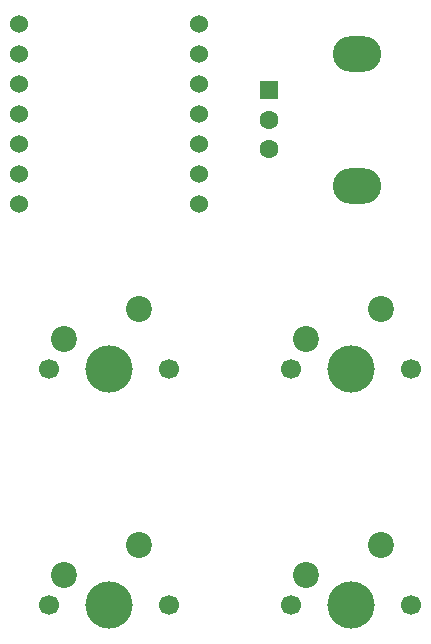
<source format=gbr>
%TF.GenerationSoftware,KiCad,Pcbnew,8.0.9*%
%TF.CreationDate,2025-02-20T23:26:22+01:00*%
%TF.ProjectId,untitled,756e7469-746c-4656-942e-6b696361645f,rev?*%
%TF.SameCoordinates,Original*%
%TF.FileFunction,Soldermask,Bot*%
%TF.FilePolarity,Negative*%
%FSLAX46Y46*%
G04 Gerber Fmt 4.6, Leading zero omitted, Abs format (unit mm)*
G04 Created by KiCad (PCBNEW 8.0.9) date 2025-02-20 23:26:22*
%MOMM*%
%LPD*%
G01*
G04 APERTURE LIST*
G04 Aperture macros list*
%AMRoundRect*
0 Rectangle with rounded corners*
0 $1 Rounding radius*
0 $2 $3 $4 $5 $6 $7 $8 $9 X,Y pos of 4 corners*
0 Add a 4 corners polygon primitive as box body*
4,1,4,$2,$3,$4,$5,$6,$7,$8,$9,$2,$3,0*
0 Add four circle primitives for the rounded corners*
1,1,$1+$1,$2,$3*
1,1,$1+$1,$4,$5*
1,1,$1+$1,$6,$7*
1,1,$1+$1,$8,$9*
0 Add four rect primitives between the rounded corners*
20,1,$1+$1,$2,$3,$4,$5,0*
20,1,$1+$1,$4,$5,$6,$7,0*
20,1,$1+$1,$6,$7,$8,$9,0*
20,1,$1+$1,$8,$9,$2,$3,0*%
G04 Aperture macros list end*
%ADD10C,1.700000*%
%ADD11C,4.000000*%
%ADD12C,2.200000*%
%ADD13RoundRect,0.250000X-0.550000X-0.550000X0.550000X-0.550000X0.550000X0.550000X-0.550000X0.550000X0*%
%ADD14C,1.600000*%
%ADD15O,4.100000X3.000000*%
%ADD16C,1.524000*%
G04 APERTURE END LIST*
D10*
%TO.C,REF\u002A\u002A*%
X165380000Y-101080000D03*
D11*
X170460000Y-101080000D03*
D10*
X175540000Y-101080000D03*
D12*
X173000000Y-96000000D03*
X166650000Y-98540000D03*
%TD*%
D10*
%TO.C,REF\u002A\u002A*%
X144880000Y-101080000D03*
D11*
X149960000Y-101080000D03*
D10*
X155040000Y-101080000D03*
D12*
X152500000Y-96000000D03*
X146150000Y-98540000D03*
%TD*%
D10*
%TO.C,REF\u002A\u002A*%
X165380000Y-81080000D03*
D11*
X170460000Y-81080000D03*
D10*
X175540000Y-81080000D03*
D12*
X173000000Y-76000000D03*
X166650000Y-78540000D03*
%TD*%
D13*
%TO.C,REF\u002A\u002A*%
X163500000Y-57500000D03*
D14*
X163500000Y-62500000D03*
X163500000Y-60000000D03*
D15*
X171000000Y-54400000D03*
X171000000Y-65600000D03*
%TD*%
D16*
%TO.C,REF\u002A\u002A*%
X142380000Y-51880000D03*
X142380000Y-54420000D03*
X142380000Y-56960000D03*
X142380000Y-59500000D03*
X142380000Y-62040000D03*
X142380000Y-64580000D03*
X142380000Y-67120000D03*
X157620000Y-67120000D03*
X157620000Y-64580000D03*
X157620000Y-62040000D03*
X157620000Y-59500000D03*
X157620000Y-56960000D03*
X157620000Y-54420000D03*
X157620000Y-51880000D03*
%TD*%
D10*
%TO.C,REF\u002A\u002A*%
X144880000Y-81080000D03*
D11*
X149960000Y-81080000D03*
D10*
X155040000Y-81080000D03*
D12*
X152500000Y-76000000D03*
X146150000Y-78540000D03*
%TD*%
M02*

</source>
